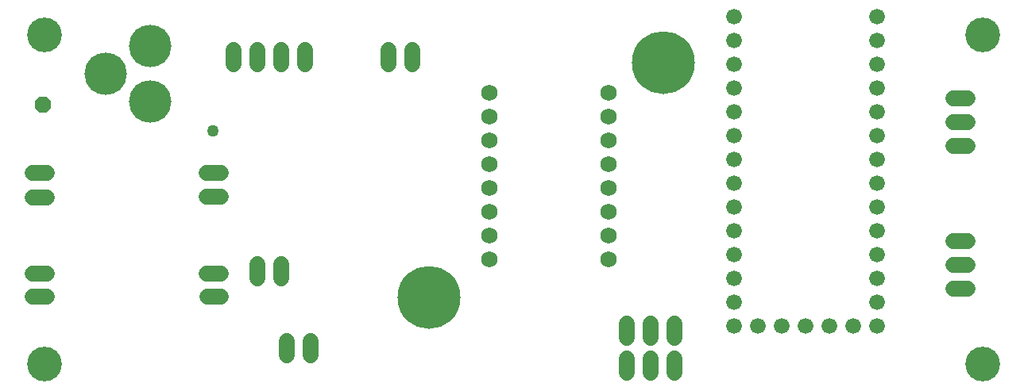
<source format=gbr>
G04 EAGLE Gerber RS-274X export*
G75*
%MOMM*%
%FSLAX34Y34*%
%LPD*%
%INSoldermask Bottom*%
%IPPOS*%
%AMOC8*
5,1,8,0,0,1.08239X$1,22.5*%
G01*
G04 Define Apertures*
%ADD10C,3.703200*%
%ADD11C,6.703200*%
%ADD12C,1.727200*%
%ADD13C,1.676400*%
%ADD14C,1.711200*%
%ADD15C,1.727200*%
%ADD16C,4.521200*%
%ADD17P,1.8695X8X22.5*%
%ADD18C,1.259600*%
D10*
X446400Y611500D03*
X446400Y963300D03*
X1445900Y963300D03*
X1445900Y611500D03*
D11*
X1105900Y933300D03*
X855900Y683300D03*
D12*
X1047750Y723900D03*
X1047750Y749300D03*
X1047750Y774700D03*
X1047750Y800100D03*
X1047750Y825500D03*
X1047750Y850900D03*
X1047750Y876300D03*
X1047750Y901700D03*
X920750Y901700D03*
X920750Y876300D03*
X920750Y850900D03*
X920750Y825500D03*
X920750Y800100D03*
X920750Y774700D03*
X920750Y749300D03*
X920750Y723900D03*
D13*
X1181100Y982474D03*
X1181100Y957074D03*
X1181100Y931674D03*
X1181100Y906274D03*
X1181100Y880874D03*
X1181100Y855474D03*
X1181100Y830074D03*
X1181100Y804674D03*
X1181100Y779274D03*
X1181100Y753874D03*
X1181100Y728474D03*
X1181100Y703074D03*
X1181100Y677674D03*
X1181100Y652274D03*
X1206500Y652274D03*
X1231900Y652274D03*
X1257300Y652274D03*
X1282700Y652274D03*
X1308100Y652274D03*
X1333500Y652274D03*
X1333500Y677674D03*
X1333500Y703074D03*
X1333500Y728474D03*
X1333500Y753874D03*
X1333500Y779274D03*
X1333500Y804674D03*
X1333500Y830074D03*
X1333500Y855474D03*
X1333500Y880874D03*
X1333500Y906274D03*
X1333500Y931674D03*
X1333500Y957074D03*
X1333500Y982474D03*
D14*
X448535Y815961D02*
X433455Y815961D01*
X619280Y815954D02*
X634360Y815954D01*
X448490Y789932D02*
X433410Y789932D01*
X619310Y790132D02*
X634390Y790132D01*
X448490Y708568D02*
X433410Y708568D01*
X619410Y708568D02*
X634490Y708568D01*
X448536Y683776D02*
X433456Y683776D01*
X619484Y684073D02*
X634564Y684073D01*
D15*
X698500Y703580D02*
X698500Y718820D01*
X673100Y718820D02*
X673100Y703580D01*
D16*
X558800Y891700D03*
X558800Y951700D03*
X511800Y921700D03*
D15*
X673100Y932180D02*
X673100Y947420D01*
X698500Y947420D02*
X698500Y932180D01*
X723900Y932180D02*
X723900Y947420D01*
X647700Y947420D02*
X647700Y932180D01*
X1414780Y692150D02*
X1430020Y692150D01*
X1430020Y717550D02*
X1414780Y717550D01*
X1414780Y742950D02*
X1430020Y742950D01*
X812800Y932180D02*
X812800Y947420D01*
X838200Y947420D02*
X838200Y932180D01*
D17*
X444500Y889000D03*
D15*
X1414780Y844550D02*
X1430020Y844550D01*
X1430020Y869950D02*
X1414780Y869950D01*
X1414780Y895350D02*
X1430020Y895350D01*
X704850Y636270D02*
X704850Y621030D01*
X730250Y621030D02*
X730250Y636270D01*
X1066800Y640080D02*
X1066800Y655320D01*
X1092200Y655320D02*
X1092200Y640080D01*
X1117600Y640080D02*
X1117600Y655320D01*
X1066800Y617982D02*
X1066800Y602742D01*
X1092200Y602742D02*
X1092200Y617982D01*
X1117600Y617982D02*
X1117600Y602742D01*
D18*
X625747Y860697D03*
M02*

</source>
